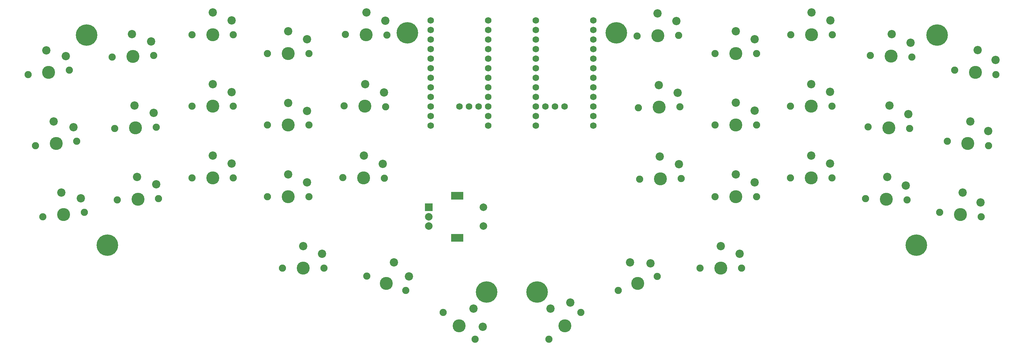
<source format=gbs>
G04 #@! TF.GenerationSoftware,KiCad,Pcbnew,8.0.8*
G04 #@! TF.CreationDate,2025-05-06T09:20:43+01:00*
G04 #@! TF.ProjectId,main_wired,6d61696e-5f77-4697-9265-642e6b696361,0.1*
G04 #@! TF.SameCoordinates,Original*
G04 #@! TF.FileFunction,Soldermask,Bot*
G04 #@! TF.FilePolarity,Negative*
%FSLAX46Y46*%
G04 Gerber Fmt 4.6, Leading zero omitted, Abs format (unit mm)*
G04 Created by KiCad (PCBNEW 8.0.8) date 2025-05-06 09:20:43*
%MOMM*%
%LPD*%
G01*
G04 APERTURE LIST*
%ADD10C,2.200000*%
%ADD11C,1.900000*%
%ADD12C,3.450000*%
%ADD13C,5.700000*%
%ADD14R,2.000000X2.000000*%
%ADD15C,2.000000*%
%ADD16R,3.200000X2.000000*%
%ADD17C,1.752600*%
G04 APERTURE END LIST*
D10*
G04 #@! TO.C,S17*
X145998631Y-150781510D03*
X142018410Y-147098055D03*
D11*
X145168800Y-154523352D03*
D12*
X140000491Y-152642241D03*
D11*
X134832182Y-150761130D03*
G04 #@! TD*
D13*
G04 #@! TO.C,H4*
X166600000Y-155000000D03*
G04 #@! TD*
D11*
G04 #@! TO.C,S21*
X290639318Y-96034639D03*
D12*
X296109188Y-96609546D03*
D11*
X301579058Y-97184453D03*
D10*
X296725906Y-90741867D03*
X301479006Y-93353005D03*
G04 #@! TD*
D13*
G04 #@! TO.C,H3*
X145600000Y-86100000D03*
G04 #@! TD*
D11*
G04 #@! TO.C,S35*
X201480985Y-154544628D03*
D12*
X206649294Y-152663517D03*
D11*
X211817603Y-150782406D03*
D10*
X204631375Y-147119331D03*
X210048081Y-147382584D03*
G04 #@! TD*
D11*
G04 #@! TO.C,S19*
X286682834Y-133830254D03*
D12*
X292152704Y-134405161D03*
D11*
X297622574Y-134980068D03*
D10*
X292769422Y-128537482D03*
X297522522Y-131148620D03*
G04 #@! TD*
D13*
G04 #@! TO.C,H7*
X286000000Y-86700000D03*
G04 #@! TD*
D11*
G04 #@! TO.C,S26*
X247148889Y-105636296D03*
D12*
X252648889Y-105636296D03*
D11*
X258148889Y-105636296D03*
D10*
X252648889Y-99736296D03*
X257648889Y-101836296D03*
G04 #@! TD*
D11*
G04 #@! TO.C,S24*
X268287777Y-92149822D03*
D12*
X273784427Y-92341769D03*
D11*
X279281077Y-92533716D03*
D10*
X273990334Y-86445363D03*
X278913999Y-88718581D03*
G04 #@! TD*
D11*
G04 #@! TO.C,S18*
X155092406Y-160390121D03*
D12*
X159305650Y-163925453D03*
D11*
X163518894Y-167460785D03*
D10*
X163098097Y-159405791D03*
X165578465Y-164228422D03*
G04 #@! TD*
D13*
G04 #@! TO.C,H5*
X201000000Y-86100000D03*
G04 #@! TD*
D11*
G04 #@! TO.C,S23*
X267690832Y-111131399D03*
D12*
X273187482Y-111323346D03*
D11*
X278684132Y-111515293D03*
D10*
X273393389Y-105426940D03*
X278317054Y-107700158D03*
G04 #@! TD*
D11*
G04 #@! TO.C,S30*
X227158901Y-91626313D03*
D12*
X232658901Y-91626313D03*
D11*
X238158901Y-91626313D03*
D10*
X232658901Y-85726313D03*
X237658901Y-87826313D03*
G04 #@! TD*
D11*
G04 #@! TO.C,S20*
X288668883Y-114934351D03*
D12*
X294138753Y-115509258D03*
D11*
X299608623Y-116084165D03*
D10*
X294755471Y-109641579D03*
X299508571Y-112252717D03*
G04 #@! TD*
G04 #@! TO.C,S15*
X139729235Y-82935866D03*
X134766646Y-80748924D03*
D11*
X140162839Y-86744013D03*
D12*
X134663677Y-86648025D03*
D11*
X129164515Y-86552037D03*
G04 #@! TD*
G04 #@! TO.C,S31*
X207132732Y-125011852D03*
D12*
X212631894Y-124915864D03*
D11*
X218131056Y-124819876D03*
D10*
X212528925Y-119016763D03*
X217564813Y-121029181D03*
G04 #@! TD*
D11*
G04 #@! TO.C,S14*
X128832935Y-105549147D03*
D12*
X134332097Y-105645135D03*
D11*
X139831259Y-105741123D03*
D10*
X134435066Y-99746034D03*
X139397655Y-101932976D03*
G04 #@! TD*
D11*
G04 #@! TO.C,S25*
X247148901Y-124636309D03*
D12*
X252648901Y-124636309D03*
D11*
X258148901Y-124636309D03*
D10*
X252648901Y-118736309D03*
X257648901Y-120836309D03*
G04 #@! TD*
D13*
G04 #@! TO.C,H6*
X180000000Y-155000000D03*
G04 #@! TD*
D11*
G04 #@! TO.C,S22*
X267027765Y-130119831D03*
D12*
X272524415Y-130311778D03*
D11*
X278021065Y-130503725D03*
D10*
X272730322Y-124415372D03*
X277653987Y-126688590D03*
G04 #@! TD*
D11*
G04 #@! TO.C,S27*
X247168901Y-86626316D03*
D12*
X252668901Y-86626316D03*
D11*
X258168901Y-86626316D03*
D10*
X252668901Y-80726316D03*
X257668901Y-82826316D03*
G04 #@! TD*
D11*
G04 #@! TO.C,S28*
X227148896Y-129616322D03*
D12*
X232648896Y-129616322D03*
D11*
X238148896Y-129616322D03*
D10*
X232648896Y-123716322D03*
X237648896Y-125816322D03*
G04 #@! TD*
D11*
G04 #@! TO.C,S29*
X227148894Y-110616314D03*
D12*
X232648894Y-110616314D03*
D11*
X238148894Y-110616314D03*
D10*
X232648894Y-104716314D03*
X237648894Y-106816314D03*
G04 #@! TD*
D11*
G04 #@! TO.C,S36*
X183145695Y-167460815D03*
D12*
X187358939Y-163925483D03*
D11*
X191572183Y-160390151D03*
D10*
X183566492Y-159405821D03*
X188746568Y-157800576D03*
G04 #@! TD*
D11*
G04 #@! TO.C,S33*
X206459011Y-86982304D03*
D12*
X211958173Y-86886316D03*
D11*
X217457335Y-86790328D03*
D10*
X211855204Y-80987215D03*
X216891092Y-82999633D03*
G04 #@! TD*
D14*
G04 #@! TO.C,EC11*
X151274610Y-132459595D03*
D15*
X151274610Y-137459595D03*
X151274610Y-134959595D03*
D16*
X158774610Y-129359595D03*
X158774610Y-140559595D03*
D15*
X165774610Y-137459595D03*
X165774610Y-132459595D03*
G04 #@! TD*
D11*
G04 #@! TO.C,S32*
X206830577Y-105998291D03*
D12*
X212329739Y-105902303D03*
D11*
X217828901Y-105806315D03*
D10*
X212226770Y-100003202D03*
X217262658Y-102015620D03*
G04 #@! TD*
D17*
G04 #@! TO.C,MCU2*
X179665190Y-82826752D03*
X179665190Y-85366752D03*
X179665190Y-87906752D03*
X179665190Y-90446752D03*
X179665190Y-92986752D03*
X179665190Y-95526752D03*
X179665190Y-98066752D03*
X179665190Y-100606752D03*
X179665190Y-103146752D03*
X179665190Y-105686752D03*
X179665190Y-108226752D03*
X179665190Y-110766752D03*
X194905190Y-110766752D03*
X194905190Y-108226752D03*
X194905190Y-105686752D03*
X194905190Y-103146752D03*
X194905190Y-100606752D03*
X194905190Y-98066752D03*
X194905190Y-95526752D03*
X194905190Y-92986752D03*
X194905190Y-90446752D03*
X194905190Y-87906752D03*
X194905190Y-85366752D03*
X194905190Y-82826752D03*
X182205190Y-105686752D03*
X184745190Y-105686752D03*
X187285190Y-105686752D03*
G04 #@! TD*
D11*
G04 #@! TO.C,S34*
X223168905Y-148646300D03*
D12*
X228668905Y-148646300D03*
D11*
X234168905Y-148646300D03*
D10*
X228668905Y-142746300D03*
X233668905Y-144846300D03*
G04 #@! TD*
D17*
G04 #@! TO.C,MCU1*
X167055438Y-82805626D03*
X167055438Y-85345626D03*
X167055438Y-87885626D03*
X167055438Y-90425626D03*
X167055438Y-92965626D03*
X167055439Y-95505626D03*
X167055438Y-98045626D03*
X167055438Y-100585626D03*
X167055438Y-103125626D03*
X167055438Y-105665626D03*
X167055438Y-108205626D03*
X167055438Y-110745626D03*
X151815438Y-110745626D03*
X151815438Y-108205626D03*
X151815438Y-105665626D03*
X151815438Y-103125626D03*
X151815438Y-100585626D03*
X151815438Y-98045626D03*
X151815438Y-95505626D03*
X151815438Y-92965626D03*
X151815438Y-90425626D03*
X151815438Y-87885626D03*
X151815439Y-85345626D03*
X151815438Y-82805626D03*
X164515438Y-105665626D03*
X161975438Y-105665626D03*
X159435438Y-105665626D03*
G04 #@! TD*
D13*
G04 #@! TO.C,H8*
X280500000Y-142500000D03*
G04 #@! TD*
D11*
G04 #@! TO.C,S5*
X68027419Y-111540702D03*
D12*
X73524069Y-111348755D03*
D11*
X79020719Y-111156808D03*
D10*
X73318162Y-105452349D03*
X78388405Y-107376572D03*
G04 #@! TD*
D11*
G04 #@! TO.C,S2*
X47049888Y-116095792D03*
D12*
X52519758Y-115520885D03*
D11*
X57989628Y-114945978D03*
D10*
X51903040Y-109653206D03*
X57095159Y-111219056D03*
G04 #@! TD*
D11*
G04 #@! TO.C,S11*
X108500497Y-110642237D03*
D12*
X114000497Y-110642237D03*
D11*
X119500497Y-110642237D03*
D10*
X114000497Y-104742237D03*
X119000497Y-106842237D03*
G04 #@! TD*
D11*
G04 #@! TO.C,S13*
X128501333Y-124546248D03*
D12*
X134000495Y-124642236D03*
D11*
X139499657Y-124738224D03*
D10*
X134103464Y-118743135D03*
X139066053Y-120930077D03*
G04 #@! TD*
D11*
G04 #@! TO.C,S6*
X67364343Y-92552272D03*
D12*
X72860993Y-92360325D03*
D11*
X78357643Y-92168378D03*
D10*
X72655086Y-86463919D03*
X77725329Y-88388142D03*
G04 #@! TD*
D11*
G04 #@! TO.C,S1*
X49035919Y-134991699D03*
D12*
X54505789Y-134416792D03*
D11*
X59975659Y-133841885D03*
D10*
X53889071Y-128549113D03*
X59081190Y-130114963D03*
G04 #@! TD*
D13*
G04 #@! TO.C,H2*
X66100000Y-142500000D03*
G04 #@! TD*
D10*
G04 #@! TO.C,S9*
X99000480Y-82842230D03*
X94000480Y-80742230D03*
D11*
X99500480Y-86642230D03*
D12*
X94000480Y-86642230D03*
D11*
X88500480Y-86642230D03*
G04 #@! TD*
D13*
G04 #@! TO.C,H1*
X60600000Y-86700000D03*
G04 #@! TD*
D11*
G04 #@! TO.C,S7*
X88500498Y-124642242D03*
D12*
X94000498Y-124642242D03*
D11*
X99500498Y-124642242D03*
D10*
X94000498Y-118742242D03*
X99000498Y-120842242D03*
G04 #@! TD*
D11*
G04 #@! TO.C,S3*
X45063842Y-97199873D03*
D12*
X50533712Y-96624966D03*
D11*
X56003582Y-96050059D03*
D10*
X49916994Y-90757287D03*
X55109113Y-92323137D03*
G04 #@! TD*
D11*
G04 #@! TO.C,S16*
X112500496Y-148642232D03*
D12*
X118000496Y-148642232D03*
D11*
X123500496Y-148642232D03*
D10*
X118000496Y-142742232D03*
X123000496Y-144842232D03*
G04 #@! TD*
D11*
G04 #@! TO.C,S8*
X88500489Y-105642233D03*
D12*
X94000489Y-105642233D03*
D11*
X99500489Y-105642233D03*
D10*
X94000489Y-99742233D03*
X99000489Y-101842233D03*
G04 #@! TD*
D11*
G04 #@! TO.C,S4*
X68690534Y-130529130D03*
D12*
X74187184Y-130337183D03*
D11*
X79683834Y-130145236D03*
D10*
X73981277Y-124440777D03*
X79051520Y-126365000D03*
G04 #@! TD*
D11*
G04 #@! TO.C,S10*
X108500498Y-129642244D03*
D12*
X114000498Y-129642244D03*
D11*
X119500498Y-129642244D03*
D10*
X114000498Y-123742244D03*
X119000498Y-125842244D03*
G04 #@! TD*
D11*
G04 #@! TO.C,S12*
X108500494Y-91642235D03*
D12*
X114000494Y-91642235D03*
D11*
X119500494Y-91642235D03*
D10*
X114000494Y-85742235D03*
X119000494Y-87842235D03*
G04 #@! TD*
M02*

</source>
